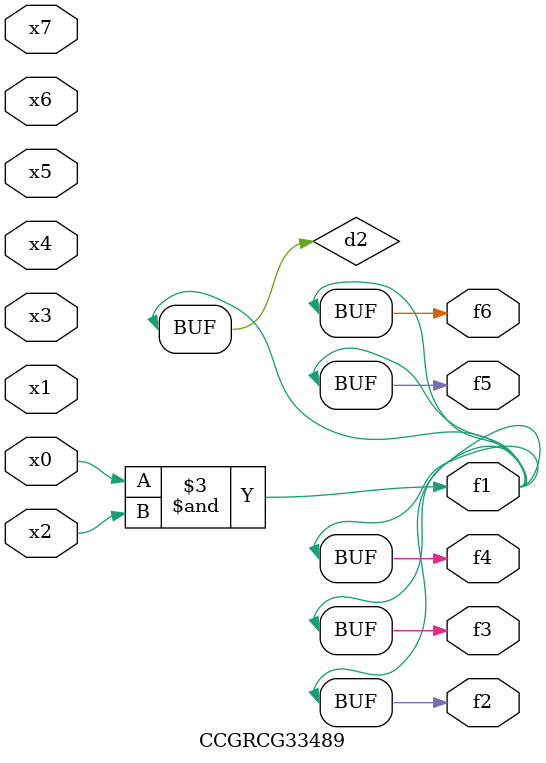
<source format=v>
module CCGRCG33489(
	input x0, x1, x2, x3, x4, x5, x6, x7,
	output f1, f2, f3, f4, f5, f6
);

	wire d1, d2;

	nor (d1, x3, x6);
	and (d2, x0, x2);
	assign f1 = d2;
	assign f2 = d2;
	assign f3 = d2;
	assign f4 = d2;
	assign f5 = d2;
	assign f6 = d2;
endmodule

</source>
